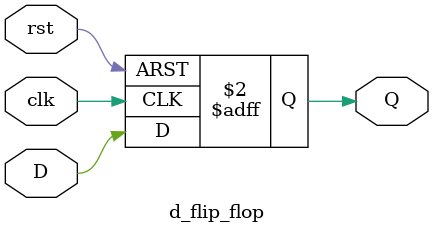
<source format=v>
`timescale 1ns / 1ps
/*****************************************************************************************************************
*File Name: d_flip_flop.v
*Project : 1
*Designer: Yamin Yee(Laura)
*Email: Yamin.Yee@student.csulb.edu
*Rev.Date: January 13, 2018
*
*Purpose: To design and implement a sequential circuit for dflip flop 
*
*Notes: This module is pretty stratight forward. If the reset is active, the output Q will get zero. Otherwise Q will 
follow D values. 
*****************************************************************************************************************/
//name of the module and port lists
module d_flip_flop( clk, D, Q, rst);
	//inputs
	input clk, D, rst;
	//outputs
	output reg Q;
	
		always@(posedge clk, posedge rst)
			begin
			//if rst is acitve, Q will goes to 0
				if(rst)
					Q <= 1'b0;
			//if not, Q will follow D
				else
					Q <= D; 
			end
endmodule

</source>
